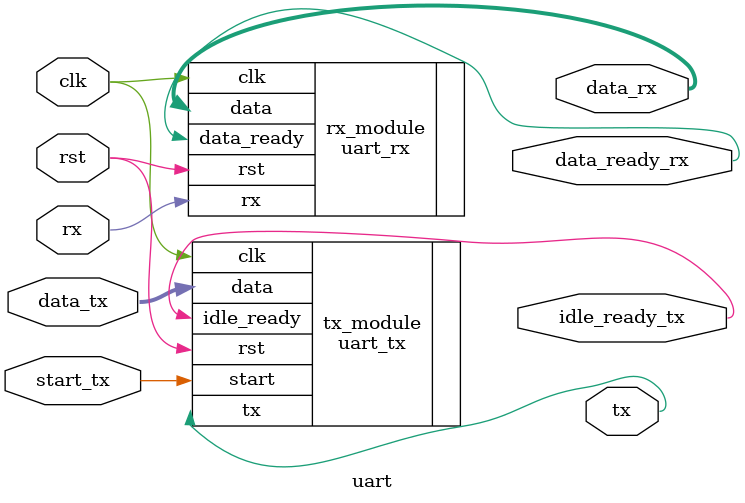
<source format=v>

module uart(
input wire [7:0] data_tx,
input wire clk,
input wire rst,
input wire rx,
input wire start_tx,
output wire [7:0] data_rx,
output wire tx,
output wire idle_ready_tx,
output wire data_ready_rx,
);


  uart_rx rx_module(
    .clk(clk),
    .rst(rst),
    .data(data_rx),
    .rx(rx),
    .data_ready(data_ready_rx),
  );

  uart_tx tx_module(
      .clk(clk),
      .rst(rst),
      .start(start_tx),
      .data(data_tx),
      .tx(tx),
      .idle_ready(idle_ready_tx)
  );

endmodule
</source>
